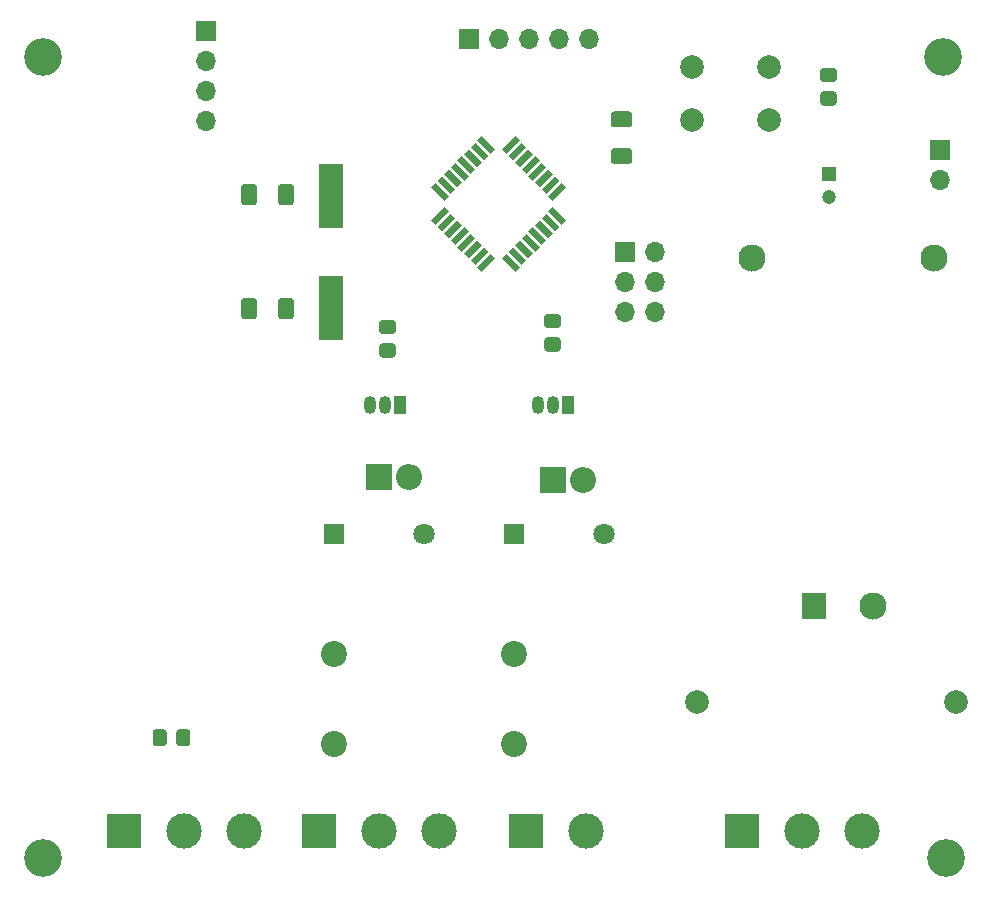
<source format=gbr>
%TF.GenerationSoftware,KiCad,Pcbnew,(5.1.9)-1*%
%TF.CreationDate,2021-09-13T17:44:50+02:00*%
%TF.ProjectId,Sterownik,53746572-6f77-46e6-996b-2e6b69636164,rev?*%
%TF.SameCoordinates,Original*%
%TF.FileFunction,Soldermask,Top*%
%TF.FilePolarity,Negative*%
%FSLAX46Y46*%
G04 Gerber Fmt 4.6, Leading zero omitted, Abs format (unit mm)*
G04 Created by KiCad (PCBNEW (5.1.9)-1) date 2021-09-13 17:44:50*
%MOMM*%
%LPD*%
G01*
G04 APERTURE LIST*
%ADD10O,2.200000X2.200000*%
%ADD11R,2.200000X2.200000*%
%ADD12O,1.700000X1.700000*%
%ADD13R,1.700000X1.700000*%
%ADD14R,2.000000X5.500000*%
%ADD15C,3.200000*%
%ADD16C,0.100000*%
%ADD17C,2.000000*%
%ADD18R,1.050000X1.500000*%
%ADD19O,1.050000X1.500000*%
%ADD20C,2.300000*%
%ADD21R,2.000000X2.300000*%
%ADD22C,2.200000*%
%ADD23C,1.800000*%
%ADD24R,1.800000X1.800000*%
%ADD25C,3.000000*%
%ADD26R,3.000000X3.000000*%
%ADD27C,1.200000*%
%ADD28R,1.200000X1.200000*%
G04 APERTURE END LIST*
D10*
%TO.C,D2*%
X97282000Y-123698000D03*
D11*
X94742000Y-123698000D03*
%TD*%
D10*
%TO.C,D1*%
X82550000Y-123444000D03*
D11*
X80010000Y-123444000D03*
%TD*%
%TO.C,R4*%
G36*
G01*
X95192001Y-110852000D02*
X94291999Y-110852000D01*
G75*
G02*
X94042000Y-110602001I0J249999D01*
G01*
X94042000Y-109901999D01*
G75*
G02*
X94291999Y-109652000I249999J0D01*
G01*
X95192001Y-109652000D01*
G75*
G02*
X95442000Y-109901999I0J-249999D01*
G01*
X95442000Y-110602001D01*
G75*
G02*
X95192001Y-110852000I-249999J0D01*
G01*
G37*
G36*
G01*
X95192001Y-112852000D02*
X94291999Y-112852000D01*
G75*
G02*
X94042000Y-112602001I0J249999D01*
G01*
X94042000Y-111901999D01*
G75*
G02*
X94291999Y-111652000I249999J0D01*
G01*
X95192001Y-111652000D01*
G75*
G02*
X95442000Y-111901999I0J-249999D01*
G01*
X95442000Y-112602001D01*
G75*
G02*
X95192001Y-112852000I-249999J0D01*
G01*
G37*
%TD*%
%TO.C,R3*%
G36*
G01*
X81222001Y-111360000D02*
X80321999Y-111360000D01*
G75*
G02*
X80072000Y-111110001I0J249999D01*
G01*
X80072000Y-110409999D01*
G75*
G02*
X80321999Y-110160000I249999J0D01*
G01*
X81222001Y-110160000D01*
G75*
G02*
X81472000Y-110409999I0J-249999D01*
G01*
X81472000Y-111110001D01*
G75*
G02*
X81222001Y-111360000I-249999J0D01*
G01*
G37*
G36*
G01*
X81222001Y-113360000D02*
X80321999Y-113360000D01*
G75*
G02*
X80072000Y-113110001I0J249999D01*
G01*
X80072000Y-112409999D01*
G75*
G02*
X80321999Y-112160000I249999J0D01*
G01*
X81222001Y-112160000D01*
G75*
G02*
X81472000Y-112409999I0J-249999D01*
G01*
X81472000Y-113110001D01*
G75*
G02*
X81222001Y-113360000I-249999J0D01*
G01*
G37*
%TD*%
%TO.C,R2*%
G36*
G01*
X62884000Y-145992001D02*
X62884000Y-145091999D01*
G75*
G02*
X63133999Y-144842000I249999J0D01*
G01*
X63834001Y-144842000D01*
G75*
G02*
X64084000Y-145091999I0J-249999D01*
G01*
X64084000Y-145992001D01*
G75*
G02*
X63834001Y-146242000I-249999J0D01*
G01*
X63133999Y-146242000D01*
G75*
G02*
X62884000Y-145992001I0J249999D01*
G01*
G37*
G36*
G01*
X60884000Y-145992001D02*
X60884000Y-145091999D01*
G75*
G02*
X61133999Y-144842000I249999J0D01*
G01*
X61834001Y-144842000D01*
G75*
G02*
X62084000Y-145091999I0J-249999D01*
G01*
X62084000Y-145992001D01*
G75*
G02*
X61834001Y-146242000I-249999J0D01*
G01*
X61133999Y-146242000D01*
G75*
G02*
X60884000Y-145992001I0J249999D01*
G01*
G37*
%TD*%
%TO.C,R1*%
G36*
G01*
X118560001Y-90024000D02*
X117659999Y-90024000D01*
G75*
G02*
X117410000Y-89774001I0J249999D01*
G01*
X117410000Y-89073999D01*
G75*
G02*
X117659999Y-88824000I249999J0D01*
G01*
X118560001Y-88824000D01*
G75*
G02*
X118810000Y-89073999I0J-249999D01*
G01*
X118810000Y-89774001D01*
G75*
G02*
X118560001Y-90024000I-249999J0D01*
G01*
G37*
G36*
G01*
X118560001Y-92024000D02*
X117659999Y-92024000D01*
G75*
G02*
X117410000Y-91774001I0J249999D01*
G01*
X117410000Y-91073999D01*
G75*
G02*
X117659999Y-90824000I249999J0D01*
G01*
X118560001Y-90824000D01*
G75*
G02*
X118810000Y-91073999I0J-249999D01*
G01*
X118810000Y-91774001D01*
G75*
G02*
X118560001Y-92024000I-249999J0D01*
G01*
G37*
%TD*%
D12*
%TO.C,J8*%
X127508000Y-98298000D03*
D13*
X127508000Y-95758000D03*
%TD*%
%TO.C,C4*%
G36*
G01*
X101234001Y-93842000D02*
X99933999Y-93842000D01*
G75*
G02*
X99684000Y-93592001I0J249999D01*
G01*
X99684000Y-92766999D01*
G75*
G02*
X99933999Y-92517000I249999J0D01*
G01*
X101234001Y-92517000D01*
G75*
G02*
X101484000Y-92766999I0J-249999D01*
G01*
X101484000Y-93592001D01*
G75*
G02*
X101234001Y-93842000I-249999J0D01*
G01*
G37*
G36*
G01*
X101234001Y-96967000D02*
X99933999Y-96967000D01*
G75*
G02*
X99684000Y-96717001I0J249999D01*
G01*
X99684000Y-95891999D01*
G75*
G02*
X99933999Y-95642000I249999J0D01*
G01*
X101234001Y-95642000D01*
G75*
G02*
X101484000Y-95891999I0J-249999D01*
G01*
X101484000Y-96717001D01*
G75*
G02*
X101234001Y-96967000I-249999J0D01*
G01*
G37*
%TD*%
%TO.C,C2*%
G36*
G01*
X71512000Y-109870001D02*
X71512000Y-108569999D01*
G75*
G02*
X71761999Y-108320000I249999J0D01*
G01*
X72587001Y-108320000D01*
G75*
G02*
X72837000Y-108569999I0J-249999D01*
G01*
X72837000Y-109870001D01*
G75*
G02*
X72587001Y-110120000I-249999J0D01*
G01*
X71761999Y-110120000D01*
G75*
G02*
X71512000Y-109870001I0J249999D01*
G01*
G37*
G36*
G01*
X68387000Y-109870001D02*
X68387000Y-108569999D01*
G75*
G02*
X68636999Y-108320000I249999J0D01*
G01*
X69462001Y-108320000D01*
G75*
G02*
X69712000Y-108569999I0J-249999D01*
G01*
X69712000Y-109870001D01*
G75*
G02*
X69462001Y-110120000I-249999J0D01*
G01*
X68636999Y-110120000D01*
G75*
G02*
X68387000Y-109870001I0J249999D01*
G01*
G37*
%TD*%
%TO.C,C1*%
G36*
G01*
X71512000Y-100218001D02*
X71512000Y-98917999D01*
G75*
G02*
X71761999Y-98668000I249999J0D01*
G01*
X72587001Y-98668000D01*
G75*
G02*
X72837000Y-98917999I0J-249999D01*
G01*
X72837000Y-100218001D01*
G75*
G02*
X72587001Y-100468000I-249999J0D01*
G01*
X71761999Y-100468000D01*
G75*
G02*
X71512000Y-100218001I0J249999D01*
G01*
G37*
G36*
G01*
X68387000Y-100218001D02*
X68387000Y-98917999D01*
G75*
G02*
X68636999Y-98668000I249999J0D01*
G01*
X69462001Y-98668000D01*
G75*
G02*
X69712000Y-98917999I0J-249999D01*
G01*
X69712000Y-100218001D01*
G75*
G02*
X69462001Y-100468000I-249999J0D01*
G01*
X68636999Y-100468000D01*
G75*
G02*
X68387000Y-100218001I0J249999D01*
G01*
G37*
%TD*%
D14*
%TO.C,Y1*%
X75946000Y-109144000D03*
X75946000Y-99644000D03*
%TD*%
D15*
%TO.C,M4*%
X128016000Y-155702000D03*
%TD*%
%TO.C,M3*%
X127762000Y-87884000D03*
%TD*%
%TO.C,M1*%
X51562000Y-87884000D03*
%TD*%
%TO.C,M2*%
X51562000Y-155702000D03*
%TD*%
D16*
%TO.C,U1*%
G36*
X85945037Y-99675926D02*
G01*
X85556128Y-100064835D01*
X84424757Y-98933464D01*
X84813666Y-98544555D01*
X85945037Y-99675926D01*
G37*
G36*
X86510723Y-99110241D02*
G01*
X86121814Y-99499150D01*
X84990443Y-98367779D01*
X85379352Y-97978870D01*
X86510723Y-99110241D01*
G37*
G36*
X87076408Y-98544555D02*
G01*
X86687499Y-98933464D01*
X85556128Y-97802093D01*
X85945037Y-97413184D01*
X87076408Y-98544555D01*
G37*
G36*
X87642093Y-97978870D02*
G01*
X87253184Y-98367779D01*
X86121813Y-97236408D01*
X86510722Y-96847499D01*
X87642093Y-97978870D01*
G37*
G36*
X88207779Y-97413184D02*
G01*
X87818870Y-97802093D01*
X86687499Y-96670722D01*
X87076408Y-96281813D01*
X88207779Y-97413184D01*
G37*
G36*
X88773464Y-96847499D02*
G01*
X88384555Y-97236408D01*
X87253184Y-96105037D01*
X87642093Y-95716128D01*
X88773464Y-96847499D01*
G37*
G36*
X89339150Y-96281814D02*
G01*
X88950241Y-96670723D01*
X87818870Y-95539352D01*
X88207779Y-95150443D01*
X89339150Y-96281814D01*
G37*
G36*
X89904835Y-95716128D02*
G01*
X89515926Y-96105037D01*
X88384555Y-94973666D01*
X88773464Y-94584757D01*
X89904835Y-95716128D01*
G37*
G36*
X90824074Y-96105037D02*
G01*
X90435165Y-95716128D01*
X91566536Y-94584757D01*
X91955445Y-94973666D01*
X90824074Y-96105037D01*
G37*
G36*
X91389759Y-96670723D02*
G01*
X91000850Y-96281814D01*
X92132221Y-95150443D01*
X92521130Y-95539352D01*
X91389759Y-96670723D01*
G37*
G36*
X91955445Y-97236408D02*
G01*
X91566536Y-96847499D01*
X92697907Y-95716128D01*
X93086816Y-96105037D01*
X91955445Y-97236408D01*
G37*
G36*
X92521130Y-97802093D02*
G01*
X92132221Y-97413184D01*
X93263592Y-96281813D01*
X93652501Y-96670722D01*
X92521130Y-97802093D01*
G37*
G36*
X93086816Y-98367779D02*
G01*
X92697907Y-97978870D01*
X93829278Y-96847499D01*
X94218187Y-97236408D01*
X93086816Y-98367779D01*
G37*
G36*
X93652501Y-98933464D02*
G01*
X93263592Y-98544555D01*
X94394963Y-97413184D01*
X94783872Y-97802093D01*
X93652501Y-98933464D01*
G37*
G36*
X94218186Y-99499150D02*
G01*
X93829277Y-99110241D01*
X94960648Y-97978870D01*
X95349557Y-98367779D01*
X94218186Y-99499150D01*
G37*
G36*
X94783872Y-100064835D02*
G01*
X94394963Y-99675926D01*
X95526334Y-98544555D01*
X95915243Y-98933464D01*
X94783872Y-100064835D01*
G37*
G36*
X95915243Y-101726536D02*
G01*
X95526334Y-102115445D01*
X94394963Y-100984074D01*
X94783872Y-100595165D01*
X95915243Y-101726536D01*
G37*
G36*
X95349557Y-102292221D02*
G01*
X94960648Y-102681130D01*
X93829277Y-101549759D01*
X94218186Y-101160850D01*
X95349557Y-102292221D01*
G37*
G36*
X94783872Y-102857907D02*
G01*
X94394963Y-103246816D01*
X93263592Y-102115445D01*
X93652501Y-101726536D01*
X94783872Y-102857907D01*
G37*
G36*
X94218187Y-103423592D02*
G01*
X93829278Y-103812501D01*
X92697907Y-102681130D01*
X93086816Y-102292221D01*
X94218187Y-103423592D01*
G37*
G36*
X93652501Y-103989278D02*
G01*
X93263592Y-104378187D01*
X92132221Y-103246816D01*
X92521130Y-102857907D01*
X93652501Y-103989278D01*
G37*
G36*
X93086816Y-104554963D02*
G01*
X92697907Y-104943872D01*
X91566536Y-103812501D01*
X91955445Y-103423592D01*
X93086816Y-104554963D01*
G37*
G36*
X92521130Y-105120648D02*
G01*
X92132221Y-105509557D01*
X91000850Y-104378186D01*
X91389759Y-103989277D01*
X92521130Y-105120648D01*
G37*
G36*
X91955445Y-105686334D02*
G01*
X91566536Y-106075243D01*
X90435165Y-104943872D01*
X90824074Y-104554963D01*
X91955445Y-105686334D01*
G37*
G36*
X88773464Y-106075243D02*
G01*
X88384555Y-105686334D01*
X89515926Y-104554963D01*
X89904835Y-104943872D01*
X88773464Y-106075243D01*
G37*
G36*
X88207779Y-105509557D02*
G01*
X87818870Y-105120648D01*
X88950241Y-103989277D01*
X89339150Y-104378186D01*
X88207779Y-105509557D01*
G37*
G36*
X87642093Y-104943872D02*
G01*
X87253184Y-104554963D01*
X88384555Y-103423592D01*
X88773464Y-103812501D01*
X87642093Y-104943872D01*
G37*
G36*
X87076408Y-104378187D02*
G01*
X86687499Y-103989278D01*
X87818870Y-102857907D01*
X88207779Y-103246816D01*
X87076408Y-104378187D01*
G37*
G36*
X86510722Y-103812501D02*
G01*
X86121813Y-103423592D01*
X87253184Y-102292221D01*
X87642093Y-102681130D01*
X86510722Y-103812501D01*
G37*
G36*
X85945037Y-103246816D02*
G01*
X85556128Y-102857907D01*
X86687499Y-101726536D01*
X87076408Y-102115445D01*
X85945037Y-103246816D01*
G37*
G36*
X85379352Y-102681130D02*
G01*
X84990443Y-102292221D01*
X86121814Y-101160850D01*
X86510723Y-101549759D01*
X85379352Y-102681130D01*
G37*
G36*
X84813666Y-102115445D02*
G01*
X84424757Y-101726536D01*
X85556128Y-100595165D01*
X85945037Y-100984074D01*
X84813666Y-102115445D01*
G37*
%TD*%
D17*
%TO.C,SW1*%
X106530000Y-93218000D03*
X106530000Y-88718000D03*
X113030000Y-93218000D03*
X113030000Y-88718000D03*
%TD*%
D18*
%TO.C,Q2*%
X96012000Y-117348000D03*
D19*
X93472000Y-117348000D03*
X94742000Y-117348000D03*
%TD*%
D18*
%TO.C,Q1*%
X81788000Y-117348000D03*
D19*
X79248000Y-117348000D03*
X80518000Y-117348000D03*
%TD*%
D20*
%TO.C,PS1*%
X127040000Y-104966000D03*
X121840000Y-134366000D03*
D21*
X116840000Y-134366000D03*
D20*
X111640000Y-104966000D03*
%TD*%
D22*
%TO.C,K2*%
X91440000Y-146050000D03*
X91440000Y-138430000D03*
D23*
X99060000Y-128270000D03*
D24*
X91440000Y-128270000D03*
%TD*%
D22*
%TO.C,K1*%
X76200000Y-146050000D03*
X76200000Y-138430000D03*
D23*
X83820000Y-128270000D03*
D24*
X76200000Y-128270000D03*
%TD*%
D25*
%TO.C,J7*%
X97536000Y-153416000D03*
D26*
X92456000Y-153416000D03*
%TD*%
D12*
%TO.C,J6*%
X97790000Y-86360000D03*
X95250000Y-86360000D03*
X92710000Y-86360000D03*
X90170000Y-86360000D03*
D13*
X87630000Y-86360000D03*
%TD*%
D12*
%TO.C,J5*%
X65415000Y-93330000D03*
X65415000Y-90790000D03*
X65415000Y-88250000D03*
D13*
X65415000Y-85710000D03*
%TD*%
D25*
%TO.C,J4*%
X85090000Y-153416000D03*
X80010000Y-153416000D03*
D26*
X74930000Y-153416000D03*
%TD*%
D12*
%TO.C,J3*%
X103378000Y-109474000D03*
X100838000Y-109474000D03*
X103378000Y-106934000D03*
X100838000Y-106934000D03*
X103378000Y-104394000D03*
D13*
X100838000Y-104394000D03*
%TD*%
D25*
%TO.C,J2*%
X68580000Y-153416000D03*
X63500000Y-153416000D03*
D26*
X58420000Y-153416000D03*
%TD*%
D25*
%TO.C,J1*%
X120904000Y-153416000D03*
X115824000Y-153416000D03*
D26*
X110744000Y-153416000D03*
%TD*%
D17*
%TO.C,F1*%
X128915000Y-142494000D03*
X107015000Y-142494000D03*
%TD*%
D27*
%TO.C,C3*%
X118110000Y-99790000D03*
D28*
X118110000Y-97790000D03*
%TD*%
M02*

</source>
